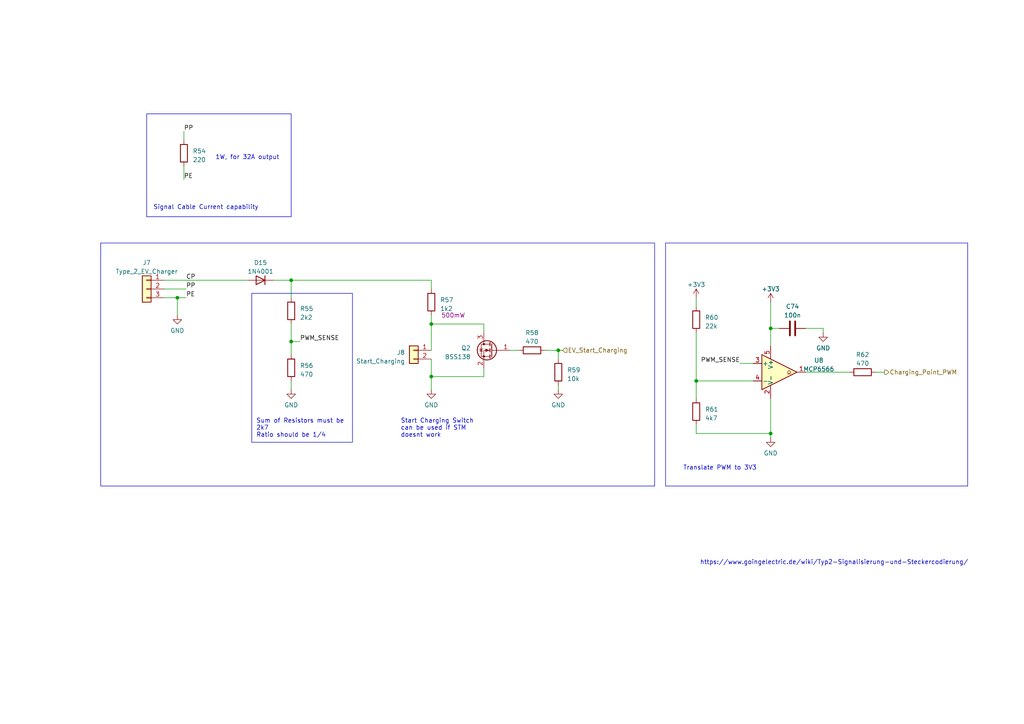
<source format=kicad_sch>
(kicad_sch (version 20231120) (generator "eeschema") (generator_version "8.0")
  (paper "A4")
  (lib_symbols
    (symbol "Comparator:MCP6566" (pin_names (offset 0.127))
      (property "Reference" "U" (at 0 5.08 0))
      (property "Value" "MCP6566" (at 0 -5.08 0))
      (symbol "MCP6566_0_1"
        (polyline (pts (xy -5.08 5.08) (xy 5.08 0) (xy -5.08 -5.08) (xy -5.08 5.08)) (stroke (width 0.254)) (fill (type background)))
        (polyline (pts (xy 3.302 -0.508) (xy 2.794 -0.508) (xy 3.302 0) (xy 2.794 0.508) (xy 2.286 0) (xy 2.794 -0.508) (xy 2.286 -0.508)) (stroke (width 0.127)))
        (pin power_in line (at -2.54 -7.62 90) (length 3.81) (name "V-") (number "2"))
        (pin power_in line (at -2.54 7.62 270) (length 3.81) (name "V+") (number "5"))
      )
      (symbol "MCP6566_1_1"
        (pin open_collector line (at 7.62 0 180) (length 2.54) (name "~") (number "1"))
        (pin input line (at -7.62 2.54 0) (length 2.54) (name "+") (number "3"))
        (pin input line (at -7.62 -2.54 0) (length 2.54) (name "-") (number "4"))
      )
    )
    (symbol "Connector_Generic:Conn_01x02" (pin_names (offset 1.016) hide)
      (property "Reference" "J" (at 0 2.54 0))
      (property "Value" "Conn_01x02" (at 0 -5.08 0))
      (symbol "Conn_01x02_1_1"
        (rectangle (start -1.27 -2.413) (end 0 -2.667) (stroke (width 0.1524)))
        (rectangle (start -1.27 0.127) (end 0 -0.127) (stroke (width 0.1524)))
        (rectangle (start -1.27 1.27) (end 1.27 -3.81) (stroke (width 0.254)) (fill (type background)))
        (pin passive line (at -5.08 0 0) (length 3.81) (name "Pin_1") (number "1"))
        (pin passive line (at -5.08 -2.54 0) (length 3.81) (name "Pin_2") (number "2"))
      )
    )
    (symbol "Connector_Generic:Conn_01x03" (pin_names (offset 1.016) hide)
      (property "Reference" "J" (at 0 5.08 0))
      (property "Value" "Conn_01x03" (at 0 -5.08 0))
      (symbol "Conn_01x03_1_1"
        (rectangle (start -1.27 -2.413) (end 0 -2.667) (stroke (width 0.1524)))
        (rectangle (start -1.27 0.127) (end 0 -0.127) (stroke (width 0.1524)))
        (rectangle (start -1.27 2.667) (end 0 2.413) (stroke (width 0.1524)))
        (rectangle (start -1.27 3.81) (end 1.27 -3.81) (stroke (width 0.254)) (fill (type background)))
        (pin passive line (at -5.08 2.54 0) (length 3.81) (name "Pin_1") (number "1"))
        (pin passive line (at -5.08 0 0) (length 3.81) (name "Pin_2") (number "2"))
        (pin passive line (at -5.08 -2.54 0) (length 3.81) (name "Pin_3") (number "3"))
      )
    )
    (symbol "Device:C" (pin_numbers hide) (pin_names (offset 0.254))
      (property "Reference" "C" (at 0.635 2.54 0))
      (property "Value" "C" (at 0.635 -2.54 0))
      (symbol "C_0_1"
        (polyline (pts (xy -2.032 -0.762) (xy 2.032 -0.762)) (stroke (width 0.508)))
        (polyline (pts (xy -2.032 0.762) (xy 2.032 0.762)) (stroke (width 0.508)))
      )
      (symbol "C_1_1"
        (pin passive line (at 0 3.81 270) (length 2.794) (name "~") (number "1"))
        (pin passive line (at 0 -3.81 90) (length 2.794) (name "~") (number "2"))
      )
    )
    (symbol "Device:R" (pin_numbers hide) (pin_names (offset 0))
      (property "Reference" "R" (at 2.032 0 90))
      (property "Value" "R" (at 0 0 90))
      (symbol "R_0_1"
        (rectangle (start -1.016 -2.54) (end 1.016 2.54) (stroke (width 0.254)))
      )
      (symbol "R_1_1"
        (pin passive line (at 0 3.81 270) (length 1.27) (name "~") (number "1"))
        (pin passive line (at 0 -3.81 90) (length 1.27) (name "~") (number "2"))
      )
    )
    (symbol "Diode:1N4001" (pin_numbers hide) (pin_names hide)
      (property "Reference" "D" (at 0 2.54 0))
      (property "Value" "1N4001" (at 0 -2.54 0))
      (symbol "1N4001_0_1"
        (polyline (pts (xy -1.27 1.27) (xy -1.27 -1.27)) (stroke (width 0.254)))
        (polyline (pts (xy 1.27 0) (xy -1.27 0)))
        (polyline (pts (xy 1.27 1.27) (xy 1.27 -1.27) (xy -1.27 0) (xy 1.27 1.27)) (stroke (width 0.254)))
      )
      (symbol "1N4001_1_1"
        (pin passive line (at -3.81 0 0) (length 2.54) (name "K") (number "1"))
        (pin passive line (at 3.81 0 180) (length 2.54) (name "A") (number "2"))
      )
    )
    (symbol "Transistor_FET:BSS138" (pin_names hide)
      (property "Reference" "Q" (at 5.08 1.905 0))
      (property "Value" "BSS138" (at 5.08 0 0))
      (symbol "BSS138_0_1"
        (polyline (pts (xy 0.254 0) (xy -2.54 0)))
        (polyline (pts (xy 0.254 1.905) (xy 0.254 -1.905)) (stroke (width 0.254)))
        (polyline (pts (xy 0.762 -1.27) (xy 0.762 -2.286)) (stroke (width 0.254)))
        (polyline (pts (xy 0.762 0.508) (xy 0.762 -0.508)) (stroke (width 0.254)))
        (polyline (pts (xy 0.762 2.286) (xy 0.762 1.27)) (stroke (width 0.254)))
        (polyline (pts (xy 2.54 2.54) (xy 2.54 1.778)))
        (polyline (pts (xy 2.54 -2.54) (xy 2.54 0) (xy 0.762 0)))
        (polyline (pts (xy 0.762 -1.778) (xy 3.302 -1.778) (xy 3.302 1.778) (xy 0.762 1.778)))
        (polyline (pts (xy 1.016 0) (xy 2.032 0.381) (xy 2.032 -0.381) (xy 1.016 0)) (fill (type outline)))
        (polyline (pts (xy 2.794 0.508) (xy 2.921 0.381) (xy 3.683 0.381) (xy 3.81 0.254)))
        (polyline (pts (xy 3.302 0.381) (xy 2.921 -0.254) (xy 3.683 -0.254) (xy 3.302 0.381)))
        (circle (center 1.651 0) (radius 2.794) (stroke (width 0.254)))
        (circle (center 2.54 -1.778) (radius 0.254) (fill (type outline)))
        (circle (center 2.54 1.778) (radius 0.254) (fill (type outline)))
      )
      (symbol "BSS138_1_1"
        (pin input line (at -5.08 0 0) (length 2.54) (name "G") (number "1"))
        (pin passive line (at 2.54 -5.08 90) (length 2.54) (name "S") (number "2"))
        (pin passive line (at 2.54 5.08 270) (length 2.54) (name "D") (number "3"))
      )
    )
    (symbol "power:+3V3" (power) (pin_numbers hide) (pin_names (offset 0) hide)
      (property "Value" "+3V3" (at 0 3.556 0))
      (symbol "+3V3_0_1"
        (polyline (pts (xy -0.762 1.27) (xy 0 2.54)))
        (polyline (pts (xy 0 0) (xy 0 2.54)))
        (polyline (pts (xy 0 2.54) (xy 0.762 1.27)))
      )
      (symbol "+3V3_1_1"
        (pin power_in line (at 0 0 90) (length 0) (name "~") (number "1"))
      )
    )
    (symbol "power:GND" (power) (pin_numbers hide) (pin_names (offset 0) hide)
      (property "Value" "GND" (at 0 -3.81 0))
      (symbol "GND_0_1"
        (polyline (pts (xy 0 0) (xy 0 -1.27) (xy 1.27 -1.27) (xy 0 -2.54) (xy -1.27 -1.27) (xy 0 -1.27)))
      )
      (symbol "GND_1_1"
        (pin power_in line (at 0 0 270) (length 0) (name "~") (number "1"))
      )
    )
  )
  (junction (at 51.435 86.36))
  (junction (at 223.52 95.25))
  (junction (at 201.93 110.49))
  (junction (at 161.925 101.6))
  (junction (at 84.455 81.28))
  (junction (at 84.455 99.06))
  (junction (at 223.52 125.73))
  (junction (at 125.095 109.22))
  (junction (at 125.095 93.98))
  (wire (pts (xy 161.925 111.76) (xy 161.925 113.03)))
  (wire (pts (xy 84.455 81.28) (xy 84.455 86.36)))
  (wire (pts (xy 214.63 105.41) (xy 218.44 105.41)))
  (wire (pts (xy 161.925 101.6) (xy 161.925 104.14)))
  (wire (pts (xy 233.68 107.95) (xy 246.38 107.95)))
  (wire (pts (xy 53.34 48.26) (xy 53.34 52.07)))
  (wire (pts (xy 84.455 81.28) (xy 125.095 81.28)))
  (wire (pts (xy 223.52 125.73) (xy 223.52 127)))
  (wire (pts (xy 201.93 86.36) (xy 201.93 88.9)))
  (wire (pts (xy 84.455 99.06) (xy 84.455 102.87)))
  (wire (pts (xy 125.095 104.14) (xy 125.095 109.22)))
  (wire (pts (xy 125.095 93.98) (xy 125.095 91.44)))
  (wire (pts (xy 223.52 95.25) (xy 226.06 95.25)))
  (wire (pts (xy 223.52 115.57) (xy 223.52 125.73)))
  (wire (pts (xy 125.095 109.22) (xy 125.095 113.03)))
  (wire (pts (xy 161.925 101.6) (xy 163.195 101.6)))
  (wire (pts (xy 125.095 81.28) (xy 125.095 83.82)))
  (wire (pts (xy 84.455 110.49) (xy 84.455 113.03)))
  (wire (pts (xy 140.335 93.98) (xy 125.095 93.98)))
  (wire (pts (xy 223.52 95.25) (xy 223.52 100.33)))
  (wire (pts (xy 147.955 101.6) (xy 150.495 101.6)))
  (wire (pts (xy 218.44 110.49) (xy 201.93 110.49)))
  (wire (pts (xy 51.435 86.36) (xy 53.975 86.36)))
  (wire (pts (xy 51.435 86.36) (xy 51.435 91.44)))
  (wire (pts (xy 223.52 87.63) (xy 223.52 95.25)))
  (wire (pts (xy 79.375 81.28) (xy 84.455 81.28)))
  (wire (pts (xy 125.095 93.98) (xy 125.095 101.6)))
  (wire (pts (xy 47.625 83.82) (xy 53.975 83.82)))
  (wire (pts (xy 84.455 99.06) (xy 86.995 99.06)))
  (wire (pts (xy 125.095 109.22) (xy 140.335 109.22)))
  (wire (pts (xy 84.455 93.98) (xy 84.455 99.06)))
  (wire (pts (xy 53.34 38.1) (xy 53.34 40.64)))
  (wire (pts (xy 47.625 86.36) (xy 51.435 86.36)))
  (wire (pts (xy 140.335 96.52) (xy 140.335 93.98)))
  (wire (pts (xy 47.625 81.28) (xy 71.755 81.28)))
  (wire (pts (xy 256.54 107.95) (xy 254 107.95)))
  (wire (pts (xy 140.335 109.22) (xy 140.335 106.68)))
  (wire (pts (xy 201.93 123.19) (xy 201.93 125.73)))
  (wire (pts (xy 201.93 96.52) (xy 201.93 110.49)))
  (wire (pts (xy 158.115 101.6) (xy 161.925 101.6)))
  (wire (pts (xy 201.93 110.49) (xy 201.93 115.57)))
  (wire (pts (xy 238.76 96.52) (xy 238.76 95.25)))
  (wire (pts (xy 238.76 95.25) (xy 233.68 95.25)))
  (wire (pts (xy 201.93 125.73) (xy 223.52 125.73)))
  (rectangle (start 29.21 70.485) (end 189.865 140.97))
  (rectangle (start 42.545 33.02) (end 84.455 62.865))
  (rectangle (start 73.025 85.09) (end 102.235 128.27))
  (rectangle (start 193.04 70.485) (end 280.67 140.97))
  (text "Start Charging Switch \ncan be used if STM\ndoesnt work" (at 116.205 127 0) (effects (font (size 1.27 1.27)) (justify left bottom)))
  (text "Sum of Resistors must be \n2k7\nRatio should be 1/4" (at 74.295 127 0) (effects (font (size 1.27 1.27)) (justify left bottom)))
  (text "1W, for 32A output" (at 71.755 45.72 0) (effects (font (size 1.27 1.27))))
  (text "Translate PWM to 3V3" (at 198.12 136.525 0) (effects (font (size 1.27 1.27)) (justify left bottom)))
  (text "Signal Cable Current capability" (at 44.45 60.96 0) (effects (font (size 1.27 1.27)) (justify left bottom)))
  (text "https://www.goingelectric.de/wiki/Typ2-Signalisierung-und-Steckercodierung/" (at 241.935 163.195 0) (effects (font (size 1.27 1.27))))
  (label "PE" (at 53.975 86.36 0))
  (label "PE" (at 53.34 52.07 0))
  (label "PWM_SENSE" (at 214.63 105.41 180))
  (label "PP" (at 53.975 83.82 0))
  (label "PP" (at 53.34 38.1 0))
  (label "PWM_SENSE" (at 86.995 99.06 0))
  (label "CP" (at 53.975 81.28 0))
  (hierarchical_label "Charging_Point_PWM" (shape output) (at 256.54 107.95 0))
  (hierarchical_label "EV_Start_Charging" (shape input) (at 163.195 101.6 0))
  (symbol (lib_id "Comparator:MCP6566") (at 226.06 107.95 0) (unit 1)
    (property "Reference" "U8" (at 237.49 104.5211 0))
    (property "Value" "MCP6566" (at 237.49 107.0611 0))
    (property "Footprint" "Package_TO_SOT_SMD:SOT-23-5" (effects (hide yes)))
    (property "Datasheet" "http://ww1.microchip.com/downloads/en/DeviceDoc/MCP6566-6R-6U-7-9-1.8V-Low-Power-Open-Drain-Output-Comparator-DS20002143G.pdf" (effects (hide yes)))
    (instances (project "FT25-Charger" (path "" (reference "U8") (unit 1))) (project "EV_Emulator" (path "" (reference "U2") (unit 1))) (project "FT23_Charger" (path "" (reference "U3") (unit 1))))
  )
  (symbol (lib_id "Device:R") (at 84.455 90.17 0) (unit 1)
    (property "Reference" "R55" (at 86.995 89.535 0) (effects (justify left)))
    (property "Value" "2k2" (at 86.995 92.075 0) (effects (justify left)))
    (property "Footprint" "Resistor_SMD:R_0805_2012Metric" (effects (hide yes)))
    (instances (project "FT25-Charger" (path "" (reference "R55") (unit 1))) (project "EV_Emulator" (path "" (reference "R2") (unit 1))) (project "FT23_Charger" (path "" (reference "R17") (unit 1))))
  )
  (symbol (lib_id "power:GND") (at 84.455 113.03 0) (unit 1)
    (property "Reference" "#PWR0106" (effects (hide yes)))
    (property "Value" "GND" (at 84.455 117.475 0))
    (property "Description" "Power symbol creates a global label with name \"GND\" , ground" (effects (hide yes)))
    (instances (project "FT25-Charger" (path "" (reference "#PWR0106") (unit 1))) (project "FT23_Charger" (path "" (reference "#PWR030") (unit 1))))
  )
  (symbol (lib_id "power:GND") (at 51.435 91.44 0) (unit 1)
    (property "Reference" "#PWR0105" (effects (hide yes)))
    (property "Value" "GND" (at 51.435 95.885 0))
    (property "Description" "Power symbol creates a global label with name \"GND\" , ground" (effects (hide yes)))
    (instances (project "FT25-Charger" (path "" (reference "#PWR0105") (unit 1))) (project "FT23_Charger" (path "" (reference "#PWR028") (unit 1))))
  )
  (symbol (lib_id "power:GND") (at 223.52 127 0) (unit 1)
    (property "Reference" "#PWR0111" (effects (hide yes)))
    (property "Value" "GND" (at 223.52 131.445 0))
    (property "Description" "Power symbol creates a global label with name \"GND\" , ground" (effects (hide yes)))
    (instances (project "FT25-Charger" (path "" (reference "#PWR0111") (unit 1))) (project "FT23_Charger" (path "" (reference "#PWR036") (unit 1))))
  )
  (symbol (lib_id "Device:C") (at 229.87 95.25 270) (unit 1)
    (property "Reference" "C74" (at 229.87 88.9 90))
    (property "Value" "100n" (at 229.87 91.44 90))
    (property "Footprint" "Capacitor_SMD:C_0603_1608Metric" (effects (hide yes)))
    (instances (project "FT25-Charger" (path "" (reference "C74") (unit 1))) (project "EV_Emulator" (path "" (reference "C1") (unit 1))) (project "FT23_Charger" (path "" (reference "C12") (unit 1))))
  )
  (symbol (lib_id "Device:R") (at 84.455 106.68 0) (unit 1)
    (property "Reference" "R56" (at 86.995 106.045 0) (effects (justify left)))
    (property "Value" "470" (at 86.995 108.585 0) (effects (justify left)))
    (property "Footprint" "Resistor_SMD:R_0805_2012Metric" (effects (hide yes)))
    (instances (project "FT25-Charger" (path "" (reference "R56") (unit 1))) (project "EV_Emulator" (path "" (reference "R6") (unit 1))) (project "FT23_Charger" (path "" (reference "R18") (unit 1))))
  )
  (symbol (lib_id "power:+3V3") (at 223.52 87.63 0) (unit 1)
    (property "Reference" "#PWR0110" (effects (hide yes)))
    (property "Value" "+3V3" (at 223.52 83.82 0))
    (property "Description" "Power symbol creates a global label with name \"+3V3\"" (effects (hide yes)))
    (instances (project "FT25-Charger" (path "" (reference "#PWR0110") (unit 1))) (project "EV_Emulator" (path "" (reference "#PWR011") (unit 1))) (project "FT23_Charger" (path "" (reference "#PWR033") (unit 1))))
  )
  (symbol (lib_id "Diode:1N4001") (at 75.565 81.28 180) (unit 1)
    (property "Reference" "D15" (at 75.565 76.2 0))
    (property "Value" "1N4001" (at 75.565 78.74 0))
    (property "Footprint" "Diode_SMD:D_SOD-123" (effects (hide yes)))
    (property "Datasheet" "http://www.vishay.com/docs/88503/1n4001.pdf" (effects (hide yes)))
    (property "Sim.Device" "D" (effects (hide yes)))
    (property "Sim.Pins" "1=K 2=A" (effects (hide yes)))
    (instances (project "FT25-Charger" (path "" (reference "D15") (unit 1))) (project "EV_Emulator" (path "" (reference "D1") (unit 1))) (project "FT23_Charger" (path "" (reference "D4") (unit 1))))
  )
  (symbol (lib_id "Device:R") (at 201.93 92.71 0) (unit 1)
    (property "Reference" "R60" (at 204.47 92.075 0) (effects (justify left)))
    (property "Value" "22k" (at 204.47 94.615 0) (effects (justify left)))
    (property "Footprint" "Resistor_SMD:R_0603_1608Metric" (effects (hide yes)))
    (instances (project "FT25-Charger" (path "" (reference "R60") (unit 1))) (project "EV_Emulator" (path "" (reference "R7") (unit 1))) (project "FT23_Charger" (path "" (reference "R23") (unit 1))))
  )
  (symbol (lib_id "Device:R") (at 125.095 87.63 0) (unit 1)
    (property "Reference" "R57" (at 127.635 86.995 0) (effects (justify left)))
    (property "Value" "1k2" (at 127.635 89.535 0) (effects (justify left)))
    (property "Footprint" "Resistor_SMD:R_1206_3216Metric" (effects (hide yes)))
    (property "Power" "500mW" (at 131.445 91.44 0))
    (instances (project "FT25-Charger" (path "" (reference "R57") (unit 1))) (project "EV_Emulator" (path "" (reference "R3") (unit 1))) (project "FT23_Charger" (path "" (reference "R19") (unit 1))))
  )
  (symbol (lib_id "Transistor_FET:BSS138") (at 142.875 101.6 0) (mirror y) (unit 1)
    (property "Reference" "Q2" (at 136.525 100.965 0) (effects (justify left)))
    (property "Value" "BSS138" (at 136.525 103.505 0) (effects (justify left)))
    (property "Footprint" "Package_TO_SOT_SMD:SOT-23" (effects (hide yes)))
    (property "Datasheet" "https://www.onsemi.com/pub/Collateral/BSS138-D.PDF" (effects (hide yes)))
    (property "Description" "50V Vds, 0.22A Id, N-Channel MOSFET, SOT-23" (effects (hide yes)))
    (instances (project "FT25-Charger" (path "" (reference "Q2") (unit 1))) (project "EV_Emulator" (path "" (reference "Q1") (unit 1))) (project "FT23_Charger" (path "" (reference "Q1") (unit 1))))
  )
  (symbol (lib_id "Device:R") (at 250.19 107.95 90) (unit 1)
    (property "Reference" "R62" (at 250.19 102.87 90))
    (property "Value" "470" (at 250.19 105.41 90))
    (property "Footprint" "Resistor_SMD:R_0603_1608Metric" (effects (hide yes)))
    (instances (project "FT25-Charger" (path "" (reference "R62") (unit 1))) (project "EV_Emulator" (path "" (reference "R13") (unit 1))) (project "FT23_Charger" (path "" (reference "R25") (unit 1))))
  )
  (symbol (lib_id "Device:R") (at 201.93 119.38 0) (unit 1)
    (property "Reference" "R61" (at 204.47 118.745 0) (effects (justify left)))
    (property "Value" "4k7" (at 204.47 121.285 0) (effects (justify left)))
    (property "Footprint" "Resistor_SMD:R_0603_1608Metric" (effects (hide yes)))
    (instances (project "FT25-Charger" (path "" (reference "R61") (unit 1))) (project "EV_Emulator" (path "" (reference "R8") (unit 1))) (project "FT23_Charger" (path "" (reference "R24") (unit 1))))
  )
  (symbol (lib_id "Connector_Generic:Conn_01x03") (at 42.545 83.82 0) (mirror y) (unit 1)
    (property "Reference" "J7" (at 42.545 76.2 0))
    (property "Value" "Type_2_EV_Charger" (at 42.545 78.74 0))
    (property "Footprint" "FaSTTUBe_connectors:Micro_Mate-N-Lok_3p_vertical" (effects (hide yes)))
    (instances (project "FT25-Charger" (path "" (reference "J7") (unit 1))) (project "EV_Emulator" (path "" (reference "J1") (unit 1))) (project "FT23_Charger" (path "" (reference "J2") (unit 1))))
  )
  (symbol (lib_id "power:GND") (at 238.76 96.52 0) (unit 1)
    (property "Reference" "#PWR0112" (effects (hide yes)))
    (property "Value" "GND" (at 238.76 100.965 0))
    (property "Description" "Power symbol creates a global label with name \"GND\" , ground" (effects (hide yes)))
    (instances (project "FT25-Charger" (path "" (reference "#PWR0112") (unit 1))) (project "FT23_Charger" (path "" (reference "#PWR031") (unit 1))))
  )
  (symbol (lib_id "power:GND") (at 125.095 113.03 0) (unit 1)
    (property "Reference" "#PWR0107" (effects (hide yes)))
    (property "Value" "GND" (at 125.095 117.475 0))
    (property "Description" "Power symbol creates a global label with name \"GND\" , ground" (effects (hide yes)))
    (instances (project "FT25-Charger" (path "" (reference "#PWR0107") (unit 1))) (project "FT23_Charger" (path "" (reference "#PWR029") (unit 1))))
  )
  (symbol (lib_id "Device:R") (at 161.925 107.95 0) (unit 1)
    (property "Reference" "R59" (at 164.465 107.315 0) (effects (justify left)))
    (property "Value" "10k" (at 164.465 109.855 0) (effects (justify left)))
    (property "Footprint" "Resistor_SMD:R_0603_1608Metric" (effects (hide yes)))
    (instances (project "FT25-Charger" (path "" (reference "R59") (unit 1))) (project "EV_Emulator" (path "" (reference "R5") (unit 1))) (project "FT23_Charger" (path "" (reference "R21") (unit 1))))
  )
  (symbol (lib_id "Device:R") (at 53.34 44.45 0) (unit 1)
    (property "Reference" "R54" (at 55.88 43.815 0) (effects (justify left)))
    (property "Value" "220" (at 55.88 46.355 0) (effects (justify left)))
    (property "Footprint" "Resistor_SMD:R_1206_3216Metric" (effects (hide yes)))
    (property "Description" "CRM1206-FX-2200ELF" (effects (hide yes)))
    (property "Power" "1W" (effects (hide yes)))
    (instances (project "FT25-Charger" (path "" (reference "R54") (unit 1))) (project "EV_Emulator" (path "" (reference "R1") (unit 1))) (project "FT23_Charger" (path "" (reference "R22") (unit 1))))
  )
  (symbol (lib_id "Connector_Generic:Conn_01x02") (at 120.015 101.6 0) (mirror y) (unit 1)
    (property "Reference" "J8" (at 117.475 102.235 0) (effects (justify left)))
    (property "Value" "Start_Charging" (at 117.475 104.775 0) (effects (justify left)))
    (property "Footprint" "FaSTTUBe_connectors:Micro_Mate-N-Lok_2p_vertical" (effects (hide yes)))
    (instances (project "FT25-Charger" (path "" (reference "J8") (unit 1))) (project "EV_Emulator" (path "" (reference "J2") (unit 1))) (project "FT23_Charger" (path "" (reference "J3") (unit 1))))
  )
  (symbol (lib_id "power:GND") (at 161.925 113.03 0) (unit 1)
    (property "Reference" "#PWR0108" (effects (hide yes)))
    (property "Value" "GND" (at 161.925 117.475 0))
    (property "Description" "Power symbol creates a global label with name \"GND\" , ground" (effects (hide yes)))
    (instances (project "FT25-Charger" (path "" (reference "#PWR0108") (unit 1))) (project "FT23_Charger" (path "" (reference "#PWR034") (unit 1))))
  )
  (symbol (lib_id "power:+3V3") (at 201.93 86.36 0) (unit 1)
    (property "Reference" "#PWR0109" (effects (hide yes)))
    (property "Value" "+3V3" (at 201.93 82.55 0))
    (property "Description" "Power symbol creates a global label with name \"+3V3\"" (effects (hide yes)))
    (instances (project "FT25-Charger" (path "" (reference "#PWR0109") (unit 1))) (project "EV_Emulator" (path "" (reference "#PWR014") (unit 1))) (project "FT23_Charger" (path "" (reference "#PWR032") (unit 1))))
  )
  (symbol (lib_id "Device:R") (at 154.305 101.6 270) (unit 1)
    (property "Reference" "R58" (at 154.305 96.52 90))
    (property "Value" "470" (at 154.305 99.06 90))
    (property "Footprint" "Resistor_SMD:R_0603_1608Metric" (effects (hide yes)))
    (instances (project "FT25-Charger" (path "" (reference "R58") (unit 1))) (project "EV_Emulator" (path "" (reference "R4") (unit 1))) (project "FT23_Charger" (path "" (reference "R20") (unit 1))))
  )
)
</source>
